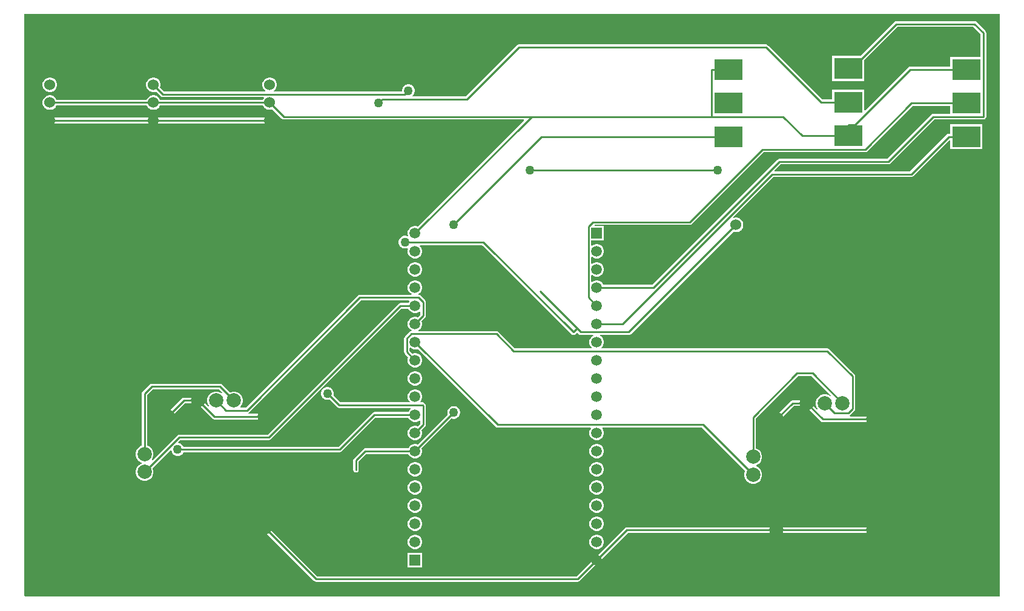
<source format=gbl>
G04*
G04 #@! TF.GenerationSoftware,Altium Limited,Altium Designer,21.4.1 (30)*
G04*
G04 Layer_Physical_Order=2*
G04 Layer_Color=16711680*
%FSLAX25Y25*%
%MOIN*%
G70*
G04*
G04 #@! TF.SameCoordinates,E3ABAEE7-5D4E-4445-B66A-D27F58F8AFC5*
G04*
G04*
G04 #@! TF.FilePolarity,Positive*
G04*
G01*
G75*
%ADD10C,0.01000*%
%ADD33R,0.05906X0.05906*%
%ADD34C,0.05906*%
%ADD35C,0.07874*%
%ADD36C,0.06000*%
%ADD37R,0.15748X0.11811*%
%ADD38C,0.05000*%
G36*
X671500Y145000D02*
X135000D01*
X134500Y145500D01*
Y465500D01*
X671500D01*
Y145000D01*
D02*
G37*
%LPC*%
G36*
X149027Y430685D02*
X147973D01*
X146956Y430412D01*
X146044Y429886D01*
X145299Y429141D01*
X144773Y428229D01*
X144500Y427212D01*
Y426158D01*
X144773Y425141D01*
X145299Y424229D01*
X146044Y423484D01*
X146956Y422958D01*
X147973Y422685D01*
X149027D01*
X150044Y422958D01*
X150956Y423484D01*
X151701Y424229D01*
X152227Y425141D01*
X152500Y426158D01*
Y427212D01*
X152227Y428229D01*
X151701Y429141D01*
X150956Y429886D01*
X150044Y430412D01*
X149027Y430685D01*
D02*
G37*
G36*
X657500Y461629D02*
X614500D01*
X613914Y461513D01*
X613418Y461181D01*
X594743Y442506D01*
X579126D01*
Y428695D01*
X596874D01*
Y440311D01*
X615133Y458571D01*
X656867D01*
X660871Y454566D01*
Y441998D01*
X644126D01*
Y436622D01*
X622100D01*
X621515Y436506D01*
X621019Y436174D01*
X597336Y412491D01*
X596874Y412683D01*
Y424002D01*
X579126D01*
Y418626D01*
X573633D01*
X543878Y448381D01*
X543382Y448713D01*
X542796Y448829D01*
X406600D01*
X406015Y448713D01*
X405519Y448381D01*
X377366Y420229D01*
X348363D01*
X348179Y420729D01*
X348701Y421251D01*
X349162Y422049D01*
X349400Y422939D01*
Y423861D01*
X349162Y424751D01*
X348701Y425549D01*
X348049Y426201D01*
X347251Y426661D01*
X346361Y426900D01*
X345439D01*
X344549Y426661D01*
X343751Y426201D01*
X343099Y425549D01*
X342638Y424751D01*
X342400Y423861D01*
Y422939D01*
X342392Y422929D01*
X271995D01*
X271861Y423429D01*
X271956Y423484D01*
X272701Y424229D01*
X273227Y425141D01*
X273500Y426158D01*
Y427212D01*
X273227Y428229D01*
X272701Y429141D01*
X271956Y429886D01*
X271044Y430412D01*
X270027Y430685D01*
X268973D01*
X267956Y430412D01*
X267044Y429886D01*
X266299Y429141D01*
X265773Y428229D01*
X265500Y427212D01*
Y426158D01*
X265773Y425141D01*
X266299Y424229D01*
X267044Y423484D01*
X267139Y423429D01*
X267005Y422929D01*
X211419D01*
X209220Y425128D01*
X209227Y425141D01*
X209500Y426158D01*
Y427212D01*
X209227Y428229D01*
X208701Y429141D01*
X207956Y429886D01*
X207044Y430412D01*
X206027Y430685D01*
X204973D01*
X203956Y430412D01*
X203044Y429886D01*
X202299Y429141D01*
X201773Y428229D01*
X201500Y427212D01*
Y426158D01*
X201773Y425141D01*
X202299Y424229D01*
X203044Y423484D01*
X203956Y422958D01*
X204973Y422685D01*
X206027D01*
X207044Y422958D01*
X207057Y422965D01*
X209704Y420319D01*
X210200Y419987D01*
X210785Y419871D01*
X266218D01*
X266409Y419409D01*
X266299Y419299D01*
X265773Y418387D01*
X265769Y418372D01*
X209231D01*
X209227Y418387D01*
X208701Y419299D01*
X207956Y420043D01*
X207044Y420570D01*
X206027Y420843D01*
X204973D01*
X203956Y420570D01*
X203044Y420043D01*
X202299Y419299D01*
X201773Y418387D01*
X201769Y418372D01*
X152231D01*
X152227Y418387D01*
X151701Y419299D01*
X150956Y420043D01*
X150044Y420570D01*
X149027Y420843D01*
X147973D01*
X146956Y420570D01*
X146044Y420043D01*
X145299Y419299D01*
X144773Y418387D01*
X144500Y417369D01*
Y416316D01*
X144773Y415299D01*
X145299Y414387D01*
X146044Y413642D01*
X146956Y413115D01*
X147973Y412843D01*
X149027D01*
X150044Y413115D01*
X150956Y413642D01*
X151701Y414387D01*
X152227Y415299D01*
X152231Y415313D01*
X201769D01*
X201773Y415299D01*
X202299Y414387D01*
X203044Y413642D01*
X203956Y413115D01*
X204973Y412843D01*
X206027D01*
X207044Y413115D01*
X207956Y413642D01*
X208701Y414387D01*
X209227Y415299D01*
X209231Y415313D01*
X265769D01*
X265773Y415299D01*
X266299Y414387D01*
X267044Y413642D01*
X267956Y413115D01*
X268973Y412843D01*
X270027D01*
X271044Y413115D01*
X271057Y413123D01*
X276161Y408019D01*
X276657Y407687D01*
X277243Y407571D01*
X409254D01*
X409446Y407109D01*
X351022Y348685D01*
X350020Y348953D01*
X348980D01*
X347974Y348683D01*
X347073Y348163D01*
X346337Y347427D01*
X345817Y346526D01*
X345547Y345520D01*
Y344480D01*
X345786Y343587D01*
X345546Y343331D01*
X345381Y343244D01*
X345351Y343262D01*
X344461Y343500D01*
X343539D01*
X342649Y343262D01*
X341851Y342801D01*
X341199Y342149D01*
X340739Y341351D01*
X340500Y340461D01*
Y339539D01*
X340739Y338649D01*
X341199Y337851D01*
X341851Y337199D01*
X342649Y336738D01*
X343539Y336500D01*
X344461D01*
X345351Y336738D01*
X345381Y336756D01*
X345546Y336669D01*
X345786Y336413D01*
X345547Y335520D01*
Y334480D01*
X345817Y333474D01*
X346337Y332573D01*
X347073Y331837D01*
X347974Y331317D01*
X348980Y331047D01*
X350020D01*
X351026Y331317D01*
X351927Y331837D01*
X352663Y332573D01*
X353183Y333474D01*
X353453Y334480D01*
Y335520D01*
X353183Y336526D01*
X352663Y337427D01*
X352119Y337971D01*
X352326Y338471D01*
X386566D01*
X435619Y289419D01*
X436115Y289087D01*
X436700Y288971D01*
X437285Y289087D01*
X437781Y289419D01*
X438700Y290337D01*
X439619Y289419D01*
X440115Y289087D01*
X440700Y288971D01*
X447472D01*
X447606Y288471D01*
X447073Y288163D01*
X446337Y287427D01*
X445817Y286526D01*
X445547Y285520D01*
Y284480D01*
X445817Y283474D01*
X446337Y282573D01*
X446881Y282029D01*
X446673Y281529D01*
X404533D01*
X395481Y290581D01*
X394985Y290913D01*
X394400Y291029D01*
X351528D01*
X351394Y291529D01*
X351927Y291837D01*
X352663Y292573D01*
X353183Y293474D01*
X353453Y294480D01*
Y295520D01*
X353185Y296522D01*
X355081Y298419D01*
X355413Y298915D01*
X355529Y299500D01*
Y307000D01*
X355413Y307585D01*
X355081Y308081D01*
X352581Y310581D01*
X352085Y310913D01*
X351521Y311025D01*
X351490Y311076D01*
X351394Y311529D01*
X351927Y311837D01*
X352663Y312573D01*
X353183Y313474D01*
X353453Y314480D01*
Y315520D01*
X353183Y316526D01*
X352663Y317427D01*
X351927Y318163D01*
X351026Y318683D01*
X350020Y318953D01*
X348980D01*
X347974Y318683D01*
X347073Y318163D01*
X346337Y317427D01*
X345817Y316526D01*
X345547Y315520D01*
Y314480D01*
X345817Y313474D01*
X346337Y312573D01*
X347073Y311837D01*
X347606Y311529D01*
X347472Y311029D01*
X319200D01*
X318615Y310913D01*
X318119Y310581D01*
X256467Y248929D01*
X253537D01*
X253346Y249391D01*
X253793Y249839D01*
X254443Y250964D01*
X254780Y252220D01*
Y253520D01*
X254443Y254776D01*
X253793Y255901D01*
X252874Y256821D01*
X251748Y257471D01*
X250493Y257807D01*
X249193D01*
X247937Y257471D01*
X247600Y257276D01*
X243294Y261581D01*
X242798Y261913D01*
X242213Y262029D01*
X204630D01*
X204045Y261913D01*
X203549Y261581D01*
X199549Y257581D01*
X199217Y257085D01*
X199101Y256500D01*
Y228044D01*
X198724Y227943D01*
X197599Y227293D01*
X196679Y226374D01*
X196029Y225248D01*
X195693Y223993D01*
Y222693D01*
X196029Y221437D01*
X196679Y220311D01*
X197599Y219392D01*
X198724Y218742D01*
X198988Y218671D01*
Y218171D01*
X198724Y218101D01*
X197599Y217451D01*
X196679Y216531D01*
X196029Y215406D01*
X195693Y214150D01*
Y212850D01*
X196029Y211594D01*
X196679Y210469D01*
X197599Y209549D01*
X198724Y208899D01*
X199980Y208563D01*
X201280D01*
X202536Y208899D01*
X203661Y209549D01*
X204581Y210469D01*
X205231Y211594D01*
X205567Y212850D01*
Y214150D01*
X205231Y215406D01*
X205036Y215743D01*
X214938Y225645D01*
X215174Y225547D01*
X215408Y225408D01*
X215638Y224549D01*
X216099Y223751D01*
X216751Y223099D01*
X217549Y222639D01*
X218439Y222400D01*
X219361D01*
X220251Y222639D01*
X221049Y223099D01*
X221701Y223751D01*
X222059Y224371D01*
X308100D01*
X308685Y224487D01*
X309181Y224819D01*
X327834Y243471D01*
X345819D01*
X346337Y242573D01*
X347073Y241837D01*
X347974Y241317D01*
X348980Y241047D01*
X350020D01*
X351026Y241317D01*
X351927Y241837D01*
X352009Y241919D01*
X352471Y241727D01*
Y240134D01*
X351022Y238685D01*
X350020Y238953D01*
X348980D01*
X347974Y238683D01*
X347073Y238163D01*
X346337Y237427D01*
X345817Y236526D01*
X345547Y235520D01*
Y234480D01*
X345817Y233474D01*
X346337Y232573D01*
X347073Y231837D01*
X347974Y231317D01*
X348980Y231047D01*
X350020D01*
X351026Y231317D01*
X351927Y231837D01*
X352663Y232573D01*
X353183Y233474D01*
X353453Y234480D01*
Y235520D01*
X353185Y236522D01*
X355081Y238419D01*
X355413Y238915D01*
X355529Y239500D01*
Y250000D01*
X355413Y250585D01*
X355081Y251081D01*
X354781Y251381D01*
X354285Y251713D01*
X353700Y251829D01*
X352626D01*
X352419Y252329D01*
X352663Y252573D01*
X353183Y253474D01*
X353453Y254480D01*
Y255520D01*
X353183Y256526D01*
X352663Y257427D01*
X351927Y258163D01*
X351026Y258683D01*
X350020Y258953D01*
X348980D01*
X347974Y258683D01*
X347073Y258163D01*
X346337Y257427D01*
X345817Y256526D01*
X345547Y255520D01*
Y254480D01*
X345817Y253474D01*
X346337Y252573D01*
X346581Y252329D01*
X346374Y251829D01*
X308333D01*
X304615Y255548D01*
X304800Y256239D01*
Y257161D01*
X304561Y258051D01*
X304101Y258849D01*
X303449Y259501D01*
X302651Y259962D01*
X301761Y260200D01*
X300839D01*
X299949Y259962D01*
X299151Y259501D01*
X298499Y258849D01*
X298039Y258051D01*
X297800Y257161D01*
Y256239D01*
X298039Y255349D01*
X298499Y254551D01*
X299151Y253899D01*
X299949Y253438D01*
X300839Y253200D01*
X301761D01*
X302452Y253385D01*
X306619Y249219D01*
X307115Y248887D01*
X307700Y248771D01*
X347125D01*
X347259Y248271D01*
X347073Y248163D01*
X346337Y247427D01*
X345819Y246529D01*
X327200D01*
X326615Y246413D01*
X326119Y246081D01*
X307467Y227429D01*
X222059D01*
X221701Y228049D01*
X221049Y228701D01*
X220251Y229162D01*
X219392Y229392D01*
X219253Y229626D01*
X219155Y229862D01*
X220363Y231071D01*
X269101D01*
X269686Y231187D01*
X270182Y231519D01*
X342134Y303471D01*
X345819D01*
X346337Y302573D01*
X347073Y301837D01*
X347974Y301317D01*
X348980Y301047D01*
X350020D01*
X351026Y301317D01*
X351927Y301837D01*
X352009Y301919D01*
X352471Y301727D01*
Y300133D01*
X351022Y298685D01*
X350020Y298953D01*
X348980D01*
X347974Y298683D01*
X347073Y298163D01*
X346337Y297427D01*
X345817Y296526D01*
X345547Y295520D01*
Y294480D01*
X345817Y293474D01*
X346337Y292573D01*
X347073Y291837D01*
X347606Y291529D01*
X347510Y291076D01*
X347479Y291025D01*
X346915Y290913D01*
X346419Y290581D01*
X343919Y288081D01*
X343587Y287585D01*
X343471Y287000D01*
Y279500D01*
X343587Y278915D01*
X343919Y278419D01*
X345815Y276522D01*
X345547Y275520D01*
Y274480D01*
X345817Y273474D01*
X346337Y272573D01*
X347073Y271837D01*
X347974Y271317D01*
X348980Y271047D01*
X350020D01*
X351026Y271317D01*
X351927Y271837D01*
X352663Y272573D01*
X353183Y273474D01*
X353453Y274480D01*
Y275520D01*
X353183Y276526D01*
X352663Y277427D01*
X351927Y278163D01*
X351026Y278683D01*
X350020Y278953D01*
X348980D01*
X347978Y278684D01*
X346529Y280134D01*
Y281727D01*
X346991Y281919D01*
X347073Y281837D01*
X347974Y281317D01*
X348980Y281047D01*
X350020D01*
X351022Y281315D01*
X393919Y238419D01*
X394415Y238087D01*
X395000Y237971D01*
X446227D01*
X446419Y237509D01*
X446337Y237427D01*
X445817Y236526D01*
X445547Y235520D01*
Y234480D01*
X445817Y233474D01*
X446337Y232573D01*
X447073Y231837D01*
X447974Y231317D01*
X448980Y231047D01*
X450020D01*
X451026Y231317D01*
X451927Y231837D01*
X452663Y232573D01*
X453183Y233474D01*
X453453Y234480D01*
Y235520D01*
X453183Y236526D01*
X452663Y237427D01*
X452581Y237509D01*
X452773Y237971D01*
X507497D01*
X531224Y214243D01*
X531029Y213906D01*
X530693Y212650D01*
Y211350D01*
X531029Y210094D01*
X531679Y208969D01*
X532599Y208049D01*
X533724Y207399D01*
X534980Y207063D01*
X536280D01*
X537536Y207399D01*
X538661Y208049D01*
X539581Y208969D01*
X540231Y210094D01*
X540567Y211350D01*
Y212650D01*
X540231Y213906D01*
X539581Y215031D01*
X538661Y215951D01*
X537536Y216601D01*
X537272Y216671D01*
Y217171D01*
X537536Y217242D01*
X538661Y217892D01*
X539581Y218811D01*
X540231Y219937D01*
X540567Y221193D01*
Y222493D01*
X540231Y223748D01*
X539581Y224874D01*
X538661Y225793D01*
X537536Y226443D01*
X537159Y226544D01*
Y243096D01*
X560391Y266328D01*
X567722D01*
X578369Y255681D01*
X578031Y255321D01*
X576906Y255971D01*
X575650Y256307D01*
X574350D01*
X573094Y255971D01*
X571969Y255321D01*
X571049Y254401D01*
X570399Y253276D01*
X570063Y252020D01*
Y250720D01*
X570399Y249464D01*
X571049Y248339D01*
X570689Y248001D01*
X566239Y252451D01*
X565743Y252783D01*
X565157Y252899D01*
X557283D01*
X556698Y252783D01*
X556202Y252451D01*
X547344Y243593D01*
X547012Y243097D01*
X546896Y242512D01*
X547012Y241927D01*
X547344Y241430D01*
X547840Y241099D01*
X548425Y240982D01*
X549011Y241099D01*
X549507Y241430D01*
X557917Y249841D01*
X564524D01*
X572934Y241430D01*
X573430Y241099D01*
X574016Y240982D01*
X601575D01*
X602160Y241099D01*
X602656Y241430D01*
X602988Y241927D01*
X603104Y242512D01*
X602988Y243097D01*
X602656Y243593D01*
X602160Y243925D01*
X601575Y244041D01*
X588924D01*
X588645Y244505D01*
X588650Y244541D01*
X589114Y244851D01*
X591381Y247119D01*
X591713Y247615D01*
X591829Y248200D01*
Y266200D01*
X591713Y266785D01*
X591381Y267281D01*
X577581Y281081D01*
X577085Y281413D01*
X576500Y281529D01*
X452326D01*
X452119Y282029D01*
X452663Y282573D01*
X453183Y283474D01*
X453453Y284480D01*
Y285520D01*
X453183Y286526D01*
X452663Y287427D01*
X451927Y288163D01*
X451394Y288471D01*
X451528Y288971D01*
X467185D01*
X467770Y289087D01*
X468266Y289419D01*
X524628Y345780D01*
X524641Y345773D01*
X525658Y345500D01*
X526712D01*
X527729Y345773D01*
X528641Y346299D01*
X529386Y347044D01*
X529912Y347956D01*
X530185Y348973D01*
Y350027D01*
X529912Y351044D01*
X529386Y351956D01*
X528641Y352701D01*
X527729Y353227D01*
X526712Y353500D01*
X525658D01*
X525181Y353372D01*
X524634Y353743D01*
X524621Y353858D01*
X546633Y375871D01*
X622600D01*
X623185Y375987D01*
X623681Y376319D01*
X643626Y396263D01*
X644126Y396056D01*
Y391179D01*
X661874D01*
Y404990D01*
X644126D01*
Y399614D01*
X643285D01*
X642699Y399498D01*
X642203Y399166D01*
X621967Y378929D01*
X547446D01*
X547254Y379391D01*
X550734Y382871D01*
X610000D01*
X610585Y382987D01*
X611081Y383319D01*
X635333Y407571D01*
X662400D01*
X662985Y407687D01*
X663481Y408019D01*
X663813Y408515D01*
X663929Y409100D01*
Y455200D01*
X663813Y455785D01*
X663481Y456281D01*
X658581Y461181D01*
X658085Y461513D01*
X657500Y461629D01*
D02*
G37*
G36*
X269500Y408529D02*
X148500D01*
X147915Y408413D01*
X147419Y408081D01*
X147087Y407585D01*
X146971Y407000D01*
X147087Y406415D01*
X147419Y405919D01*
X147915Y405587D01*
X148500Y405471D01*
X269500D01*
X270085Y405587D01*
X270581Y405919D01*
X270913Y406415D01*
X271029Y407000D01*
X270913Y407585D01*
X270581Y408081D01*
X270085Y408413D01*
X269500Y408529D01*
D02*
G37*
G36*
X350020Y328953D02*
X348980D01*
X347974Y328683D01*
X347073Y328163D01*
X346337Y327427D01*
X345817Y326526D01*
X345547Y325520D01*
Y324480D01*
X345817Y323474D01*
X346337Y322573D01*
X347073Y321837D01*
X347974Y321317D01*
X348980Y321047D01*
X350020D01*
X351026Y321317D01*
X351927Y321837D01*
X352663Y322573D01*
X353183Y323474D01*
X353453Y324480D01*
Y325520D01*
X353183Y326526D01*
X352663Y327427D01*
X351927Y328163D01*
X351026Y328683D01*
X350020Y328953D01*
D02*
G37*
G36*
Y268953D02*
X348980D01*
X347974Y268683D01*
X347073Y268163D01*
X346337Y267427D01*
X345817Y266526D01*
X345547Y265520D01*
Y264480D01*
X345817Y263474D01*
X346337Y262573D01*
X347073Y261837D01*
X347974Y261317D01*
X348980Y261047D01*
X350020D01*
X351026Y261317D01*
X351927Y261837D01*
X352663Y262573D01*
X353183Y263474D01*
X353453Y264480D01*
Y265520D01*
X353183Y266526D01*
X352663Y267427D01*
X351927Y268163D01*
X351026Y268683D01*
X350020Y268953D01*
D02*
G37*
G36*
X371261Y249800D02*
X370339D01*
X369449Y249562D01*
X368651Y249101D01*
X367999Y248449D01*
X367538Y247651D01*
X367300Y246761D01*
Y245839D01*
X367485Y245148D01*
X351022Y228684D01*
X350020Y228953D01*
X348980D01*
X347974Y228683D01*
X347073Y228163D01*
X346337Y227427D01*
X345819Y226529D01*
X322000D01*
X321415Y226413D01*
X320919Y226081D01*
X315919Y221081D01*
X315587Y220585D01*
X315471Y220000D01*
Y214700D01*
X315587Y214115D01*
X315919Y213619D01*
X316415Y213287D01*
X317000Y213171D01*
X317585Y213287D01*
X318081Y213619D01*
X318413Y214115D01*
X318529Y214700D01*
Y219367D01*
X322634Y223471D01*
X345819D01*
X346337Y222573D01*
X347073Y221837D01*
X347974Y221317D01*
X348980Y221047D01*
X350020D01*
X351026Y221317D01*
X351927Y221837D01*
X352663Y222573D01*
X353183Y223474D01*
X353453Y224480D01*
Y225520D01*
X353185Y226522D01*
X369648Y242985D01*
X370339Y242800D01*
X371261D01*
X372151Y243039D01*
X372949Y243499D01*
X373601Y244151D01*
X374061Y244949D01*
X374300Y245839D01*
Y246761D01*
X374061Y247651D01*
X373601Y248449D01*
X372949Y249101D01*
X372151Y249562D01*
X371261Y249800D01*
D02*
G37*
G36*
X450020Y228953D02*
X448980D01*
X447974Y228683D01*
X447073Y228163D01*
X446337Y227427D01*
X445817Y226526D01*
X445547Y225520D01*
Y224480D01*
X445817Y223474D01*
X446337Y222573D01*
X447073Y221837D01*
X447974Y221317D01*
X448980Y221047D01*
X450020D01*
X451026Y221317D01*
X451927Y221837D01*
X452663Y222573D01*
X453183Y223474D01*
X453453Y224480D01*
Y225520D01*
X453183Y226526D01*
X452663Y227427D01*
X451927Y228163D01*
X451026Y228683D01*
X450020Y228953D01*
D02*
G37*
G36*
Y218953D02*
X448980D01*
X447974Y218683D01*
X447073Y218163D01*
X446337Y217427D01*
X445817Y216526D01*
X445547Y215520D01*
Y214480D01*
X445817Y213474D01*
X446337Y212573D01*
X447073Y211837D01*
X447974Y211317D01*
X448980Y211047D01*
X450020D01*
X451026Y211317D01*
X451927Y211837D01*
X452663Y212573D01*
X453183Y213474D01*
X453453Y214480D01*
Y215520D01*
X453183Y216526D01*
X452663Y217427D01*
X451927Y218163D01*
X451026Y218683D01*
X450020Y218953D01*
D02*
G37*
G36*
X350020D02*
X348980D01*
X347974Y218683D01*
X347073Y218163D01*
X346337Y217427D01*
X345817Y216526D01*
X345547Y215520D01*
Y214480D01*
X345817Y213474D01*
X346337Y212573D01*
X347073Y211837D01*
X347974Y211317D01*
X348980Y211047D01*
X350020D01*
X351026Y211317D01*
X351927Y211837D01*
X352663Y212573D01*
X353183Y213474D01*
X353453Y214480D01*
Y215520D01*
X353183Y216526D01*
X352663Y217427D01*
X351927Y218163D01*
X351026Y218683D01*
X350020Y218953D01*
D02*
G37*
G36*
X450020Y208953D02*
X448980D01*
X447974Y208683D01*
X447073Y208163D01*
X446337Y207427D01*
X445817Y206526D01*
X445547Y205520D01*
Y204480D01*
X445817Y203474D01*
X446337Y202573D01*
X447073Y201837D01*
X447974Y201317D01*
X448980Y201047D01*
X450020D01*
X451026Y201317D01*
X451927Y201837D01*
X452663Y202573D01*
X453183Y203474D01*
X453453Y204480D01*
Y205520D01*
X453183Y206526D01*
X452663Y207427D01*
X451927Y208163D01*
X451026Y208683D01*
X450020Y208953D01*
D02*
G37*
G36*
X350020D02*
X348980D01*
X347974Y208683D01*
X347073Y208163D01*
X346337Y207427D01*
X345817Y206526D01*
X345547Y205520D01*
Y204480D01*
X345817Y203474D01*
X346337Y202573D01*
X347073Y201837D01*
X347974Y201317D01*
X348980Y201047D01*
X350020D01*
X351026Y201317D01*
X351927Y201837D01*
X352663Y202573D01*
X353183Y203474D01*
X353453Y204480D01*
Y205520D01*
X353183Y206526D01*
X352663Y207427D01*
X351927Y208163D01*
X351026Y208683D01*
X350020Y208953D01*
D02*
G37*
G36*
X450020Y198953D02*
X448980D01*
X447974Y198683D01*
X447073Y198163D01*
X446337Y197427D01*
X445817Y196526D01*
X445547Y195520D01*
Y194480D01*
X445817Y193474D01*
X446337Y192573D01*
X447073Y191837D01*
X447974Y191317D01*
X448980Y191047D01*
X450020D01*
X451026Y191317D01*
X451927Y191837D01*
X452663Y192573D01*
X453183Y193474D01*
X453453Y194480D01*
Y195520D01*
X453183Y196526D01*
X452663Y197427D01*
X451927Y198163D01*
X451026Y198683D01*
X450020Y198953D01*
D02*
G37*
G36*
X350020D02*
X348980D01*
X347974Y198683D01*
X347073Y198163D01*
X346337Y197427D01*
X345817Y196526D01*
X345547Y195520D01*
Y194480D01*
X345817Y193474D01*
X346337Y192573D01*
X347073Y191837D01*
X347974Y191317D01*
X348980Y191047D01*
X350020D01*
X351026Y191317D01*
X351927Y191837D01*
X352663Y192573D01*
X353183Y193474D01*
X353453Y194480D01*
Y195520D01*
X353183Y196526D01*
X352663Y197427D01*
X351927Y198163D01*
X351026Y198683D01*
X350020Y198953D01*
D02*
G37*
G36*
X450020Y188953D02*
X448980D01*
X447974Y188683D01*
X447073Y188163D01*
X446337Y187427D01*
X445817Y186526D01*
X445547Y185520D01*
Y184480D01*
X445817Y183474D01*
X446337Y182573D01*
X447073Y181837D01*
X447974Y181317D01*
X448980Y181047D01*
X450020D01*
X451026Y181317D01*
X451927Y181837D01*
X452663Y182573D01*
X453183Y183474D01*
X453453Y184480D01*
Y185520D01*
X453183Y186526D01*
X452663Y187427D01*
X451927Y188163D01*
X451026Y188683D01*
X450020Y188953D01*
D02*
G37*
G36*
X350020D02*
X348980D01*
X347974Y188683D01*
X347073Y188163D01*
X346337Y187427D01*
X345817Y186526D01*
X345547Y185520D01*
Y184480D01*
X345817Y183474D01*
X346337Y182573D01*
X347073Y181837D01*
X347974Y181317D01*
X348980Y181047D01*
X350020D01*
X351026Y181317D01*
X351927Y181837D01*
X352663Y182573D01*
X353183Y183474D01*
X353453Y184480D01*
Y185520D01*
X353183Y186526D01*
X352663Y187427D01*
X351927Y188163D01*
X351026Y188683D01*
X350020Y188953D01*
D02*
G37*
G36*
X450020Y178953D02*
X448980D01*
X447974Y178683D01*
X447073Y178163D01*
X446337Y177427D01*
X445817Y176526D01*
X445547Y175520D01*
Y174480D01*
X445817Y173474D01*
X446337Y172573D01*
X447073Y171837D01*
X447974Y171317D01*
X448980Y171047D01*
X450020D01*
X451026Y171317D01*
X451927Y171837D01*
X452663Y172573D01*
X453183Y173474D01*
X453453Y174480D01*
Y175520D01*
X453183Y176526D01*
X452663Y177427D01*
X451927Y178163D01*
X451026Y178683D01*
X450020Y178953D01*
D02*
G37*
G36*
X350020D02*
X348980D01*
X347974Y178683D01*
X347073Y178163D01*
X346337Y177427D01*
X345817Y176526D01*
X345547Y175520D01*
Y174480D01*
X345817Y173474D01*
X346337Y172573D01*
X347073Y171837D01*
X347974Y171317D01*
X348980Y171047D01*
X350020D01*
X351026Y171317D01*
X351927Y171837D01*
X352663Y172573D01*
X353183Y173474D01*
X353453Y174480D01*
Y175520D01*
X353183Y176526D01*
X352663Y177427D01*
X351927Y178163D01*
X351026Y178683D01*
X350020Y178953D01*
D02*
G37*
G36*
X353453Y168953D02*
X345547D01*
Y161047D01*
X353453D01*
Y168953D01*
D02*
G37*
G36*
X266575Y184518D02*
X265989Y184401D01*
X265493Y184070D01*
X265162Y183573D01*
X265045Y182988D01*
X265162Y182403D01*
X265493Y181907D01*
X293882Y153519D01*
X294378Y153187D01*
X294963Y153071D01*
X439100D01*
X439685Y153187D01*
X440181Y153519D01*
X450581Y163919D01*
X466622Y179959D01*
X601575D01*
X602160Y180075D01*
X602656Y180407D01*
X602988Y180903D01*
X603104Y181488D01*
X602988Y182073D01*
X602656Y182570D01*
X602160Y182901D01*
X601575Y183018D01*
X465988D01*
X465403Y182901D01*
X464907Y182570D01*
X448419Y166081D01*
X438467Y156129D01*
X295597D01*
X267656Y184070D01*
X267160Y184401D01*
X266575Y184518D01*
D02*
G37*
%LPD*%
G36*
X644126Y410629D02*
X634700D01*
X634115Y410513D01*
X633618Y410181D01*
X609367Y385929D01*
X550100D01*
X549515Y385813D01*
X549019Y385481D01*
X480066Y316529D01*
X453181D01*
X452663Y317427D01*
X451927Y318163D01*
X451026Y318683D01*
X450020Y318953D01*
X448980D01*
X447974Y318683D01*
X447073Y318163D01*
X446991Y318081D01*
X446529Y318273D01*
Y321727D01*
X446991Y321919D01*
X447073Y321837D01*
X447974Y321317D01*
X448980Y321047D01*
X450020D01*
X451026Y321317D01*
X451927Y321837D01*
X452663Y322573D01*
X453183Y323474D01*
X453453Y324480D01*
Y325520D01*
X453183Y326526D01*
X452663Y327427D01*
X451927Y328163D01*
X451026Y328683D01*
X450020Y328953D01*
X448980D01*
X447974Y328683D01*
X447073Y328163D01*
X446991Y328081D01*
X446529Y328273D01*
Y331727D01*
X446991Y331919D01*
X447073Y331837D01*
X447974Y331317D01*
X448980Y331047D01*
X450020D01*
X451026Y331317D01*
X451927Y331837D01*
X452663Y332573D01*
X453183Y333474D01*
X453453Y334480D01*
Y335520D01*
X453183Y336526D01*
X452663Y337427D01*
X451927Y338163D01*
X451026Y338683D01*
X450020Y338953D01*
X448980D01*
X447974Y338683D01*
X447073Y338163D01*
X446991Y338081D01*
X446529Y338273D01*
Y341047D01*
X453453D01*
Y348953D01*
X448638D01*
X448374Y349453D01*
X448454Y349571D01*
X500700D01*
X501285Y349687D01*
X501781Y350019D01*
X541333Y389571D01*
X597400D01*
X597985Y389687D01*
X598481Y390019D01*
X623522Y415059D01*
X644126D01*
Y410629D01*
D02*
G37*
G36*
X346419Y307509D02*
X346337Y307427D01*
X345819Y306529D01*
X341501D01*
X340915Y306413D01*
X340419Y306081D01*
X268467Y234129D01*
X219730D01*
X219145Y234013D01*
X218649Y233681D01*
X204941Y219974D01*
X204581Y220311D01*
X205231Y221437D01*
X205567Y222693D01*
Y223993D01*
X205231Y225248D01*
X204581Y226374D01*
X203661Y227293D01*
X202536Y227943D01*
X202159Y228044D01*
Y255867D01*
X205263Y258971D01*
X241579D01*
X243369Y257181D01*
X243031Y256821D01*
X241906Y257471D01*
X240650Y257807D01*
X239350D01*
X238094Y257471D01*
X236969Y256821D01*
X236049Y255901D01*
X235399Y254776D01*
X235063Y253520D01*
Y252220D01*
X235399Y250964D01*
X236049Y249839D01*
X235689Y249501D01*
X231239Y253951D01*
X230743Y254283D01*
X230157Y254399D01*
X222283D01*
X221698Y254283D01*
X221202Y253951D01*
X212344Y245093D01*
X212012Y244597D01*
X211896Y244012D01*
X212012Y243426D01*
X212344Y242930D01*
X212840Y242599D01*
X213425Y242482D01*
X214011Y242599D01*
X214507Y242930D01*
X222917Y251341D01*
X229524D01*
X237934Y242930D01*
X238430Y242599D01*
X239016Y242482D01*
X266575D01*
X267160Y242599D01*
X267656Y242930D01*
X267988Y243426D01*
X268104Y244012D01*
X267988Y244597D01*
X267656Y245093D01*
X267160Y245425D01*
X266575Y245541D01*
X257850D01*
X257799Y245677D01*
X257766Y246041D01*
X258181Y246319D01*
X319833Y307971D01*
X346227D01*
X346419Y307509D01*
D02*
G37*
D10*
X588000Y404600D02*
X591607D01*
X413600Y409100D02*
X512600D01*
X277243D02*
X413600D01*
X200630Y223343D02*
Y256500D01*
X204630Y260500D01*
X242213D01*
X249843Y252870D01*
X205500Y416843D02*
X269500D01*
X148500D02*
X205500D01*
X269500D02*
X277243Y409100D01*
X349500Y345000D02*
X413600Y409100D01*
X552100D02*
X562607Y398593D01*
X588000D01*
X512600Y435093D02*
X522000D01*
X512600Y409100D02*
Y435093D01*
Y409100D02*
X552100D01*
X588000Y398593D02*
Y404600D01*
X591607D02*
X622100Y435093D01*
X653000D01*
X568355Y267857D02*
X584843Y251370D01*
X559757Y267857D02*
X568355D01*
X535630Y243730D02*
X559757Y267857D01*
X535630Y221843D02*
Y243730D01*
X200630Y213500D02*
X219730Y232600D01*
X269101D01*
X341501Y305000D01*
X349500D01*
X240000Y252870D02*
X245470Y247400D01*
X257100D01*
X319200Y309500D01*
X351500D01*
X354000Y307000D01*
Y299500D02*
Y307000D01*
X349500Y295000D02*
X354000Y299500D01*
X349500Y285000D02*
X395000Y239500D01*
X508130D01*
X535630Y212000D01*
X345000Y279500D02*
X349500Y275000D01*
X345000Y279500D02*
Y287000D01*
X347500Y289500D01*
X394400D01*
X403900Y280000D01*
X576500D01*
X590300Y266200D01*
Y248200D02*
Y266200D01*
X588033Y245933D02*
X590300Y248200D01*
X580437Y245933D02*
X588033D01*
X575000Y251370D02*
X580437Y245933D01*
X205500Y426685D02*
X210785Y421400D01*
X343900D01*
X345900Y423400D01*
X327200Y245000D02*
X349500D01*
X308100Y225900D02*
X327200Y245000D01*
X218900Y225900D02*
X308100D01*
X301300Y256700D02*
X307700Y250300D01*
X353700D01*
X354000Y250000D01*
Y239500D02*
Y250000D01*
X349500Y235000D02*
X354000Y239500D01*
X317000Y214700D02*
Y220000D01*
X322000Y225000D01*
X349500D01*
X370800Y246300D01*
Y349700D02*
X419185Y398085D01*
X522000D01*
X329500Y416500D02*
X331700Y418700D01*
X378000D01*
X406600Y447300D01*
X542796D01*
X573000Y417096D01*
X588000D01*
X449500Y315000D02*
X480700D01*
X550100Y384400D01*
X610000D01*
X634700Y409100D01*
X662400D01*
Y455200D01*
X657500Y460100D02*
X662400Y455200D01*
X614500Y460100D02*
X657500D01*
X590000Y435600D02*
X614500Y460100D01*
X588000Y435600D02*
X590000D01*
X445000Y309500D02*
X449500Y305000D01*
X445000Y309500D02*
Y348600D01*
X447500Y351100D01*
X500700D01*
X540700Y391100D01*
X597400D01*
X622889Y416589D01*
X653000D01*
X449500Y295000D02*
X463600D01*
X546000Y377400D01*
X622600D01*
X643285Y398085D01*
X653000D01*
X213425Y244012D02*
X222283Y252870D01*
X230157D01*
X239016Y244012D01*
X266575D01*
X205500Y407000D02*
X269500D01*
X148500D02*
X205500D01*
X266575Y182988D02*
X294963Y154600D01*
X439100D01*
X449500Y165000D01*
X465988Y181488D01*
X548425D01*
X601575D01*
X548425Y242512D02*
X557283Y251370D01*
X565157D01*
X574016Y242512D01*
X601575D01*
X418335Y312865D02*
X438700Y292500D01*
X467185Y290500D02*
X526185Y349500D01*
X440700Y290500D02*
X467185D01*
X438700Y292500D02*
X440700Y290500D01*
X436700D02*
X438700Y292500D01*
X387200Y340000D02*
X436700Y290500D01*
X344000Y340000D02*
X387200D01*
X412800Y379700D02*
X516200D01*
D33*
X349500Y165000D02*
D03*
X449500Y345000D02*
D03*
D34*
X349500Y175000D02*
D03*
Y185000D02*
D03*
Y195000D02*
D03*
Y205000D02*
D03*
Y215000D02*
D03*
Y225000D02*
D03*
Y235000D02*
D03*
Y245000D02*
D03*
Y255000D02*
D03*
Y265000D02*
D03*
Y275000D02*
D03*
Y285000D02*
D03*
Y295000D02*
D03*
Y305000D02*
D03*
Y315000D02*
D03*
Y325000D02*
D03*
Y335000D02*
D03*
Y345000D02*
D03*
X449500Y335000D02*
D03*
Y325000D02*
D03*
Y315000D02*
D03*
Y305000D02*
D03*
Y295000D02*
D03*
Y285000D02*
D03*
Y275000D02*
D03*
Y265000D02*
D03*
Y255000D02*
D03*
Y245000D02*
D03*
Y235000D02*
D03*
Y225000D02*
D03*
Y215000D02*
D03*
Y205000D02*
D03*
Y195000D02*
D03*
Y185000D02*
D03*
Y175000D02*
D03*
Y165000D02*
D03*
D35*
X200630Y213500D02*
D03*
Y223343D02*
D03*
Y203657D02*
D03*
X240000Y252870D02*
D03*
X230157D02*
D03*
X249843D02*
D03*
X213425Y244012D02*
D03*
X266575D02*
D03*
X213425Y182988D02*
D03*
X266575D02*
D03*
X535630Y212000D02*
D03*
Y221843D02*
D03*
Y202157D02*
D03*
X575000Y251370D02*
D03*
X565157D02*
D03*
X584843D02*
D03*
X548425Y242512D02*
D03*
X601575D02*
D03*
X548425Y181488D02*
D03*
X601575D02*
D03*
D36*
X526185Y349500D02*
D03*
X506500D02*
D03*
X205500Y426685D02*
D03*
Y416843D02*
D03*
Y407000D02*
D03*
X148500Y426685D02*
D03*
Y416843D02*
D03*
Y407000D02*
D03*
X269500Y426685D02*
D03*
Y416843D02*
D03*
Y407000D02*
D03*
D37*
X522000Y398085D02*
D03*
Y416589D02*
D03*
Y435093D02*
D03*
X588000Y435600D02*
D03*
Y417096D02*
D03*
Y398593D02*
D03*
X653000Y398085D02*
D03*
Y416589D02*
D03*
Y435093D02*
D03*
D38*
X345900Y423400D02*
D03*
X218900Y225900D02*
D03*
X301300Y256700D02*
D03*
X370800Y246300D02*
D03*
Y349700D02*
D03*
X329500Y416500D02*
D03*
X344000Y340000D02*
D03*
X412800Y379700D02*
D03*
X516200D02*
D03*
M02*

</source>
